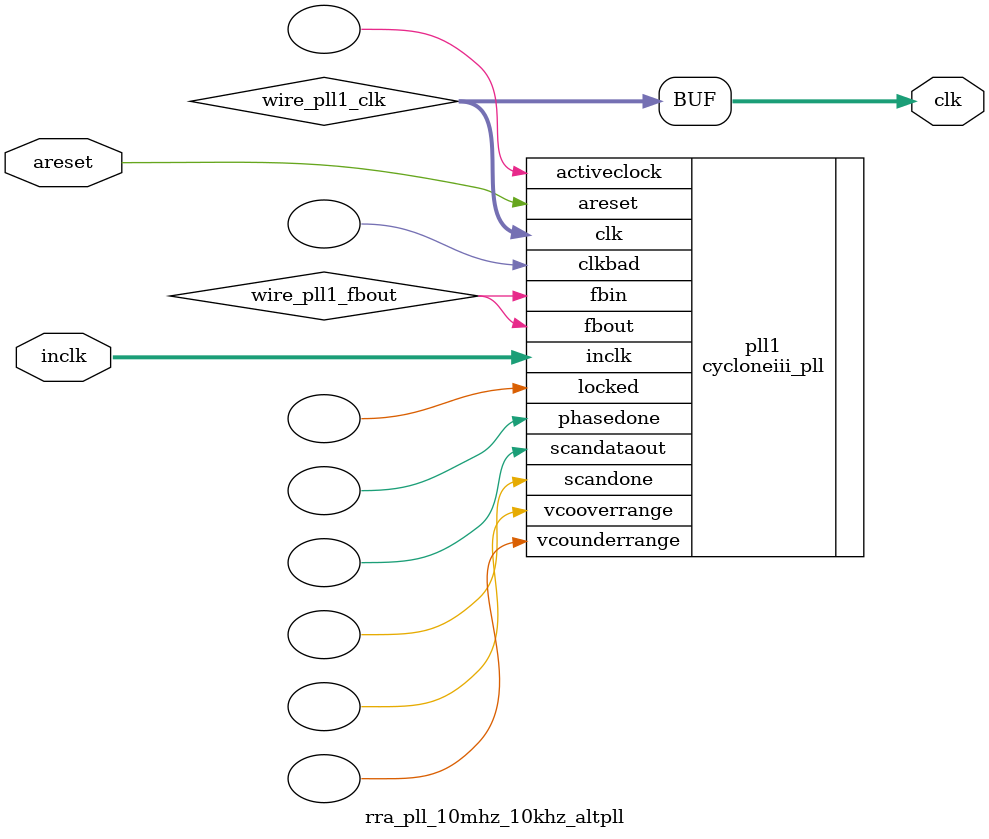
<source format=v>






//synthesis_resources = cycloneiii_pll 1 
//synopsys translate_off
`timescale 1 ps / 1 ps
//synopsys translate_on
module  rra_pll_10mhz_10khz_altpll
	( 
	areset,
	clk,
	inclk) /* synthesis synthesis_clearbox=1 */;
	input   areset;
	output   [4:0]  clk;
	input   [1:0]  inclk;
`ifndef ALTERA_RESERVED_QIS
// synopsys translate_off
`endif
	tri0   areset;
	tri0   [1:0]  inclk;
`ifndef ALTERA_RESERVED_QIS
// synopsys translate_on
`endif

	wire  [4:0]   wire_pll1_clk;
	wire  wire_pll1_fbout;

	cycloneiii_pll   pll1
	( 
	.activeclock(),
	.areset(areset),
	.clk(wire_pll1_clk),
	.clkbad(),
	.fbin(wire_pll1_fbout),
	.fbout(wire_pll1_fbout),
	.inclk(inclk),
	.locked(),
	.phasedone(),
	.scandataout(),
	.scandone(),
	.vcooverrange(),
	.vcounderrange()
	`ifndef FORMAL_VERIFICATION
	// synopsys translate_off
	`endif
	,
	.clkswitch(1'b0),
	.configupdate(1'b0),
	.pfdena(1'b1),
	.phasecounterselect({3{1'b0}}),
	.phasestep(1'b0),
	.phaseupdown(1'b0),
	.scanclk(1'b0),
	.scanclkena(1'b1),
	.scandata(1'b0)
	`ifndef FORMAL_VERIFICATION
	// synopsys translate_on
	`endif
	);
	defparam
		pll1.bandwidth_type = "auto",
		pll1.clk0_divide_by = 5,
		pll1.clk0_duty_cycle = 50,
		pll1.clk0_multiply_by = 1,
		pll1.clk0_phase_shift = "0",
		pll1.clk1_divide_by = 5000,
		pll1.clk1_duty_cycle = 50,
		pll1.clk1_multiply_by = 1,
		pll1.clk1_phase_shift = "0",
		pll1.compensate_clock = "clk0",
		pll1.inclk0_input_frequency = 20000,
		pll1.operation_mode = "normal",
		pll1.pll_type = "auto",
		pll1.lpm_type = "cycloneiii_pll";
	assign
		clk = {wire_pll1_clk[4:0]};
endmodule //rra_pll_10mhz_10khz_altpll
//VALID FILE

</source>
